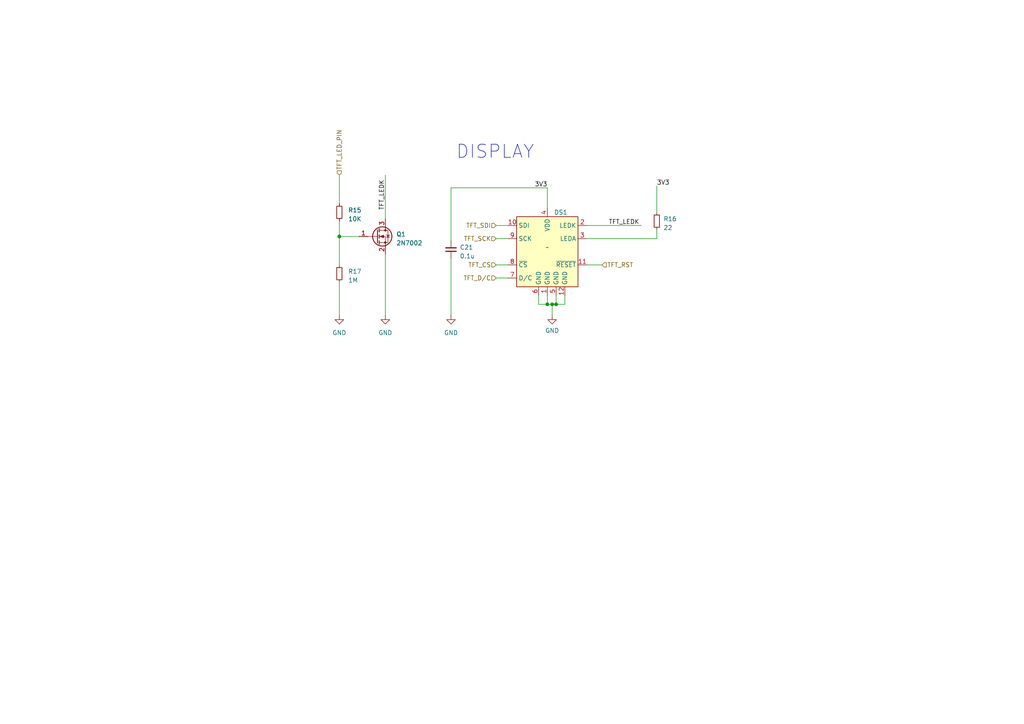
<source format=kicad_sch>
(kicad_sch (version 20230121) (generator eeschema)
  (paper "A4")
  (lib_symbols
    (symbol "Device:C_Small" (pin_numbers hide) (pin_names (offset 0.254) hide)
      (property "Reference" "C" (at 0.254 1.778 0))
      (property "Value" "C_Small" (at 0.254 -2.032 0))
      (symbol "C_Small_0_1"
        (polyline (pts (xy -1.524 -0.508) (xy 1.524 -0.508)) (stroke (width 0.3302)))
        (polyline (pts (xy -1.524 0.508) (xy 1.524 0.508)) (stroke (width 0.3048)))
      )
      (symbol "C_Small_1_1"
        (pin passive line (at 0 2.54 270) (length 2.032) (name "~") (number "1"))
        (pin passive line (at 0 -2.54 90) (length 2.032) (name "~") (number "2"))
      )
    )
    (symbol "Device:R_Small" (pin_numbers hide) (pin_names (offset 0.254) hide)
      (property "Reference" "R" (at 0.762 0.508 0))
      (property "Value" "R_Small" (at 0.762 -1.016 0))
      (symbol "R_Small_0_1"
        (rectangle (start -0.762 1.778) (end 0.762 -1.778) (stroke (width 0.2032)))
      )
      (symbol "R_Small_1_1"
        (pin passive line (at 0 2.54 270) (length 0.762) (name "~") (number "1"))
        (pin passive line (at 0 -2.54 90) (length 0.762) (name "~") (number "2"))
      )
    )
    (symbol "Project_Library:GC9A01"
      (property "Reference" "DS" (at 6.35 10.16 0))
      (symbol "GC9A01_0_0"
        (pin power_in line (at 0 -13.97 90) (length 2.54) (name "GND") (number "1"))
        (pin bidirectional line (at -11.43 6.35 0) (length 2.54) (name "SDI") (number "10"))
        (pin input line (at 11.43 -5.08 180) (length 2.54) (name "~{RESET}") (number "11"))
        (pin power_in line (at 5.08 -13.97 90) (length 2.54) (name "GND") (number "12"))
        (pin passive line (at 11.43 6.35 180) (length 2.54) (name "LEDK") (number "2"))
        (pin passive line (at 11.43 2.54 180) (length 2.54) (name "LEDA") (number "3"))
        (pin power_in line (at 0 11.43 270) (length 2.54) (name "VDD") (number "4"))
        (pin power_in line (at 2.54 -13.97 90) (length 2.54) (name "GND") (number "5"))
        (pin power_in line (at -2.54 -13.97 90) (length 2.54) (name "GND") (number "6"))
        (pin input line (at -11.43 -8.89 0) (length 2.54) (name "D/C") (number "7"))
        (pin input line (at -11.43 -5.08 0) (length 2.54) (name "~{CS}") (number "8"))
        (pin input line (at -11.43 2.54 0) (length 2.54) (name "SCK") (number "9"))
      )
      (symbol "GC9A01_0_1"
        (rectangle (start -8.89 8.89) (end 8.89 -11.43) (stroke (width 0.2032)) (fill (type background)))
      )
    )
    (symbol "Transistor_FET:2N7002" (pin_names hide)
      (property "Reference" "Q" (at 5.08 1.905 0))
      (property "Value" "2N7002" (at 5.08 0 0))
      (symbol "2N7002_0_1"
        (polyline (pts (xy 0.254 0) (xy -2.54 0)))
        (polyline (pts (xy 0.254 1.905) (xy 0.254 -1.905)) (stroke (width 0.254)))
        (polyline (pts (xy 0.762 -1.27) (xy 0.762 -2.286)) (stroke (width 0.254)))
        (polyline (pts (xy 0.762 0.508) (xy 0.762 -0.508)) (stroke (width 0.254)))
        (polyline (pts (xy 0.762 2.286) (xy 0.762 1.27)) (stroke (width 0.254)))
        (polyline (pts (xy 2.54 2.54) (xy 2.54 1.778)))
        (polyline (pts (xy 2.54 -2.54) (xy 2.54 0) (xy 0.762 0)))
        (polyline (pts (xy 0.762 -1.778) (xy 3.302 -1.778) (xy 3.302 1.778) (xy 0.762 1.778)))
        (polyline (pts (xy 1.016 0) (xy 2.032 0.381) (xy 2.032 -0.381) (xy 1.016 0)) (fill (type outline)))
        (polyline (pts (xy 2.794 0.508) (xy 2.921 0.381) (xy 3.683 0.381) (xy 3.81 0.254)))
        (polyline (pts (xy 3.302 0.381) (xy 2.921 -0.254) (xy 3.683 -0.254) (xy 3.302 0.381)))
        (circle (center 1.651 0) (radius 2.794) (stroke (width 0.254)))
        (circle (center 2.54 -1.778) (radius 0.254) (fill (type outline)))
        (circle (center 2.54 1.778) (radius 0.254) (fill (type outline)))
      )
      (symbol "2N7002_1_1"
        (pin input line (at -5.08 0 0) (length 2.54) (name "G") (number "1"))
        (pin passive line (at 2.54 -5.08 90) (length 2.54) (name "S") (number "2"))
        (pin passive line (at 2.54 5.08 270) (length 2.54) (name "D") (number "3"))
      )
    )
    (symbol "power:GND" (power) (pin_names (offset 0))
      (property "Value" "GND" (at 0 -3.81 0))
      (symbol "GND_0_1"
        (polyline (pts (xy 0 0) (xy 0 -1.27) (xy 1.27 -1.27) (xy 0 -2.54) (xy -1.27 -1.27) (xy 0 -1.27)))
      )
      (symbol "GND_1_1"
        (pin power_in line (at 0 0 270) (length 0) hide (name "GND") (number "1"))
      )
    )
  )
  (junction (at 98.425 68.58))
  (junction (at 161.29 88.265))
  (junction (at 160.147 88.265))
  (junction (at 158.75 88.265))
  (wire (pts (xy 163.83 88.265) (xy 163.83 85.725)))
  (wire (pts (xy 111.76 73.66) (xy 111.76 91.44)))
  (wire (pts (xy 98.425 68.58) (xy 104.14 68.58)))
  (wire (pts (xy 111.76 50.8) (xy 111.76 63.5)))
  (wire (pts (xy 98.425 68.58) (xy 98.425 76.835)))
  (wire (pts (xy 130.81 74.93) (xy 130.81 91.44)))
  (wire (pts (xy 161.29 85.725) (xy 161.29 88.265)))
  (wire (pts (xy 158.75 54.483) (xy 158.75 60.325)))
  (wire (pts (xy 98.425 50.8) (xy 98.425 59.055)))
  (wire (pts (xy 143.891 69.215) (xy 147.32 69.215)))
  (wire (pts (xy 170.18 65.405) (xy 186.055 65.405)))
  (wire (pts (xy 158.75 85.725) (xy 158.75 88.265)))
  (wire (pts (xy 156.21 85.725) (xy 156.21 88.265)))
  (wire (pts (xy 156.21 88.265) (xy 158.75 88.265)))
  (wire (pts (xy 160.147 91.44) (xy 160.147 88.265)))
  (wire (pts (xy 170.18 76.835) (xy 174.625 76.835)))
  (wire (pts (xy 190.5 69.215) (xy 170.18 69.215)))
  (wire (pts (xy 130.81 69.85) (xy 130.81 54.483)))
  (wire (pts (xy 143.891 65.405) (xy 147.32 65.405)))
  (wire (pts (xy 158.75 88.265) (xy 160.147 88.265)))
  (wire (pts (xy 130.81 54.483) (xy 158.75 54.483)))
  (wire (pts (xy 160.147 88.265) (xy 161.29 88.265)))
  (wire (pts (xy 143.891 80.645) (xy 147.32 80.645)))
  (wire (pts (xy 98.425 81.915) (xy 98.425 91.44)))
  (wire (pts (xy 98.425 64.135) (xy 98.425 68.58)))
  (wire (pts (xy 143.891 76.835) (xy 147.32 76.835)))
  (wire (pts (xy 190.5 66.675) (xy 190.5 69.215)))
  (wire (pts (xy 161.29 88.265) (xy 163.83 88.265)))
  (wire (pts (xy 190.5 53.975) (xy 190.5 61.595)))
  (text "DISPLAY\n" (at 132.207 46.355 0) (effects (font (size 3.81 3.81)) (justify left bottom)))
  (label "3V3" (at 155.067 54.483 0))
  (label "TFT_LEDK" (at 176.53 65.405 0))
  (label "3V3" (at 190.5 53.975 0))
  (label "TFT_LEDK" (at 111.76 60.96 90))
  (hierarchical_label "TFT_SCK" (shape input) (at 143.891 69.215 180))
  (hierarchical_label "TFT_CS" (shape input) (at 143.891 76.835 180))
  (hierarchical_label "TFT_SDI" (shape input) (at 143.891 65.405 180))
  (hierarchical_label "TFT_RST" (shape input) (at 174.625 76.835 0))
  (hierarchical_label "TFT_D{slash}C" (shape input) (at 143.891 80.645 180))
  (hierarchical_label "TFT_LED_PIN" (shape input) (at 98.425 50.8 90))
  (symbol (lib_id "Device:R_Small") (at 190.5 64.135 180) (unit 1)
    (property "Reference" "R16" (at 192.405 63.5 0) (effects (justify right)))
    (property "Value" "22" (at 192.405 66.04 0) (effects (justify right)))
  )
  (symbol (lib_id "Device:R_Small") (at 98.425 61.595 0) (unit 1)
    (property "Reference" "R15" (at 100.965 60.96 0) (effects (justify left)))
    (property "Value" "10K" (at 100.965 63.5 0) (effects (justify left)))
  )
  (symbol (lib_id "power:GND") (at 111.76 91.44 0) (unit 1)
    (property "Reference" "#PWR018" (effects hide))
    (property "Value" "GND" (at 111.76 96.52 0))
  )
  (symbol (lib_id "power:GND") (at 160.147 91.44 0) (unit 1)
    (property "Reference" "#PWR020" (effects hide))
    (property "Value" "GND" (at 160.147 95.885 0))
  )
  (symbol (lib_id "Device:C_Small") (at 130.81 72.39 180) (unit 1)
    (property "Reference" "C21" (at 133.35 71.7486 0) (effects (justify right)))
    (property "Value" "0.1u" (at 133.35 74.2886 0) (effects (justify right)))
  )
  (symbol (lib_id "power:GND") (at 98.425 91.44 0) (unit 1)
    (property "Reference" "#PWR017" (effects hide))
    (property "Value" "GND" (at 98.425 96.52 0))
  )
  (symbol (lib_id "Project_Library:GC9A01") (at 158.75 71.755 0) (unit 1)
    (property "Reference" "DS1" (at 160.7059 61.595 0) (effects (justify left)))
    (property "Value" "~" (at 158.75 71.755 0))
    (property "Footprint" "Project:GC9A01_TOP" (effects hide))
  )
  (symbol (lib_id "Transistor_FET:2N7002") (at 109.22 68.58 0) (unit 1)
    (property "Reference" "Q1" (at 114.935 67.945 0) (effects (justify left)))
    (property "Value" "2N7002" (at 114.935 70.485 0) (effects (justify left)))
    (property "Footprint" "Package_TO_SOT_SMD:SOT-23" (effects hide))
    (property "Datasheet" "https://www.onsemi.com/pub/Collateral/NDS7002A-D.PDF" (effects hide))
  )
  (symbol (lib_id "power:GND") (at 130.81 91.44 0) (unit 1)
    (property "Reference" "#PWR019" (effects hide))
    (property "Value" "GND" (at 130.81 96.52 0))
  )
  (symbol (lib_id "Device:R_Small") (at 98.425 79.375 0) (unit 1)
    (property "Reference" "R17" (at 100.965 78.74 0) (effects (justify left)))
    (property "Value" "1M" (at 100.965 81.28 0) (effects (justify left)))
  )
)
</source>
